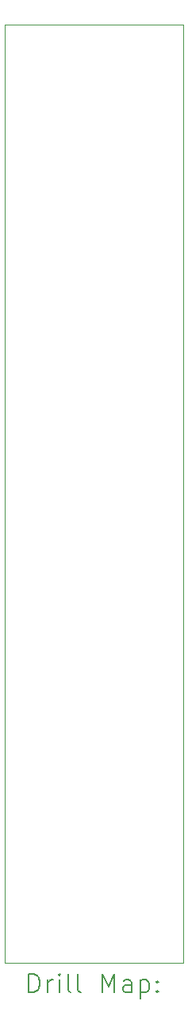
<source format=gbr>
%TF.GenerationSoftware,KiCad,Pcbnew,9.0.7*%
%TF.CreationDate,2026-01-04T21:44:44+01:00*%
%TF.ProjectId,board_B,626f6172-645f-4422-9e6b-696361645f70,rev?*%
%TF.SameCoordinates,Original*%
%TF.FileFunction,Drillmap*%
%TF.FilePolarity,Positive*%
%FSLAX45Y45*%
G04 Gerber Fmt 4.5, Leading zero omitted, Abs format (unit mm)*
G04 Created by KiCad (PCBNEW 9.0.7) date 2026-01-04 21:44:44*
%MOMM*%
%LPD*%
G01*
G04 APERTURE LIST*
%ADD10C,0.100000*%
%ADD11C,0.200000*%
G04 APERTURE END LIST*
D10*
X15952500Y-5000000D02*
X15952500Y-15000000D01*
X14047500Y-5000000D02*
X15952500Y-5000000D01*
X15952500Y-15000000D02*
X14047500Y-15000000D01*
X14047500Y-15000000D02*
X14047500Y-5000000D01*
D11*
X14303277Y-15316484D02*
X14303277Y-15116484D01*
X14303277Y-15116484D02*
X14350896Y-15116484D01*
X14350896Y-15116484D02*
X14379467Y-15126008D01*
X14379467Y-15126008D02*
X14398515Y-15145055D01*
X14398515Y-15145055D02*
X14408039Y-15164103D01*
X14408039Y-15164103D02*
X14417562Y-15202198D01*
X14417562Y-15202198D02*
X14417562Y-15230769D01*
X14417562Y-15230769D02*
X14408039Y-15268865D01*
X14408039Y-15268865D02*
X14398515Y-15287912D01*
X14398515Y-15287912D02*
X14379467Y-15306960D01*
X14379467Y-15306960D02*
X14350896Y-15316484D01*
X14350896Y-15316484D02*
X14303277Y-15316484D01*
X14503277Y-15316484D02*
X14503277Y-15183150D01*
X14503277Y-15221246D02*
X14512801Y-15202198D01*
X14512801Y-15202198D02*
X14522324Y-15192674D01*
X14522324Y-15192674D02*
X14541372Y-15183150D01*
X14541372Y-15183150D02*
X14560420Y-15183150D01*
X14627086Y-15316484D02*
X14627086Y-15183150D01*
X14627086Y-15116484D02*
X14617562Y-15126008D01*
X14617562Y-15126008D02*
X14627086Y-15135531D01*
X14627086Y-15135531D02*
X14636610Y-15126008D01*
X14636610Y-15126008D02*
X14627086Y-15116484D01*
X14627086Y-15116484D02*
X14627086Y-15135531D01*
X14750896Y-15316484D02*
X14731848Y-15306960D01*
X14731848Y-15306960D02*
X14722324Y-15287912D01*
X14722324Y-15287912D02*
X14722324Y-15116484D01*
X14855658Y-15316484D02*
X14836610Y-15306960D01*
X14836610Y-15306960D02*
X14827086Y-15287912D01*
X14827086Y-15287912D02*
X14827086Y-15116484D01*
X15084229Y-15316484D02*
X15084229Y-15116484D01*
X15084229Y-15116484D02*
X15150896Y-15259341D01*
X15150896Y-15259341D02*
X15217562Y-15116484D01*
X15217562Y-15116484D02*
X15217562Y-15316484D01*
X15398515Y-15316484D02*
X15398515Y-15211722D01*
X15398515Y-15211722D02*
X15388991Y-15192674D01*
X15388991Y-15192674D02*
X15369943Y-15183150D01*
X15369943Y-15183150D02*
X15331848Y-15183150D01*
X15331848Y-15183150D02*
X15312801Y-15192674D01*
X15398515Y-15306960D02*
X15379467Y-15316484D01*
X15379467Y-15316484D02*
X15331848Y-15316484D01*
X15331848Y-15316484D02*
X15312801Y-15306960D01*
X15312801Y-15306960D02*
X15303277Y-15287912D01*
X15303277Y-15287912D02*
X15303277Y-15268865D01*
X15303277Y-15268865D02*
X15312801Y-15249817D01*
X15312801Y-15249817D02*
X15331848Y-15240293D01*
X15331848Y-15240293D02*
X15379467Y-15240293D01*
X15379467Y-15240293D02*
X15398515Y-15230769D01*
X15493753Y-15183150D02*
X15493753Y-15383150D01*
X15493753Y-15192674D02*
X15512801Y-15183150D01*
X15512801Y-15183150D02*
X15550896Y-15183150D01*
X15550896Y-15183150D02*
X15569943Y-15192674D01*
X15569943Y-15192674D02*
X15579467Y-15202198D01*
X15579467Y-15202198D02*
X15588991Y-15221246D01*
X15588991Y-15221246D02*
X15588991Y-15278388D01*
X15588991Y-15278388D02*
X15579467Y-15297436D01*
X15579467Y-15297436D02*
X15569943Y-15306960D01*
X15569943Y-15306960D02*
X15550896Y-15316484D01*
X15550896Y-15316484D02*
X15512801Y-15316484D01*
X15512801Y-15316484D02*
X15493753Y-15306960D01*
X15674705Y-15297436D02*
X15684229Y-15306960D01*
X15684229Y-15306960D02*
X15674705Y-15316484D01*
X15674705Y-15316484D02*
X15665182Y-15306960D01*
X15665182Y-15306960D02*
X15674705Y-15297436D01*
X15674705Y-15297436D02*
X15674705Y-15316484D01*
X15674705Y-15192674D02*
X15684229Y-15202198D01*
X15684229Y-15202198D02*
X15674705Y-15211722D01*
X15674705Y-15211722D02*
X15665182Y-15202198D01*
X15665182Y-15202198D02*
X15674705Y-15192674D01*
X15674705Y-15192674D02*
X15674705Y-15211722D01*
M02*

</source>
